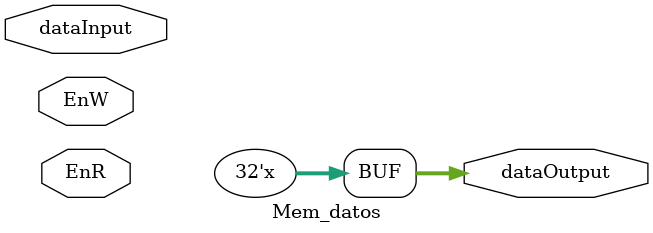
<source format=v>
`timescale 1ps/1ps

module Mem_datos (
	input wire [31:0] dataInput,
	input wire EnW,
    input wire EnR,

	output reg[31:0] dataOutput
);

reg [31:0] mem [0:63];

always @(*) begin
	if (EnW) begin
		mem[0] = dataInput;
    end
	else if (EnR) begin
		dataOutput = mem[0];
    end
end
endmodule
</source>
